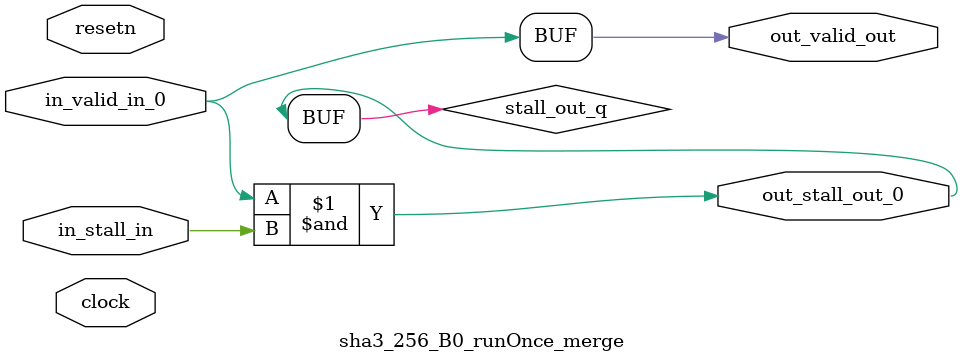
<source format=sv>



(* altera_attribute = "-name AUTO_SHIFT_REGISTER_RECOGNITION OFF; -name MESSAGE_DISABLE 10036; -name MESSAGE_DISABLE 10037; -name MESSAGE_DISABLE 14130; -name MESSAGE_DISABLE 14320; -name MESSAGE_DISABLE 15400; -name MESSAGE_DISABLE 14130; -name MESSAGE_DISABLE 10036; -name MESSAGE_DISABLE 12020; -name MESSAGE_DISABLE 12030; -name MESSAGE_DISABLE 12010; -name MESSAGE_DISABLE 12110; -name MESSAGE_DISABLE 14320; -name MESSAGE_DISABLE 13410; -name MESSAGE_DISABLE 113007; -name MESSAGE_DISABLE 10958" *)
module sha3_256_B0_runOnce_merge (
    input wire [0:0] in_stall_in,
    input wire [0:0] in_valid_in_0,
    output wire [0:0] out_stall_out_0,
    output wire [0:0] out_valid_out,
    input wire clock,
    input wire resetn
    );

    wire [0:0] stall_out_q;


    // stall_out(LOGICAL,6)
    assign stall_out_q = in_valid_in_0 & in_stall_in;

    // out_stall_out_0(GPOUT,4)
    assign out_stall_out_0 = stall_out_q;

    // out_valid_out(GPOUT,5)
    assign out_valid_out = in_valid_in_0;

endmodule

</source>
